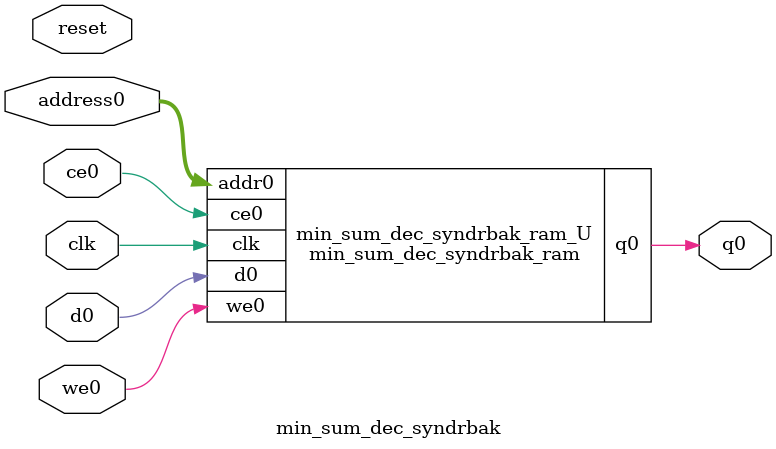
<source format=v>

`timescale 1 ns / 1 ps
module min_sum_dec_syndrbak_ram (addr0, ce0, d0, we0, q0,  clk);

parameter DWIDTH = 1;
parameter AWIDTH = 8;
parameter MEM_SIZE = 167;

input[AWIDTH-1:0] addr0;
input ce0;
input[DWIDTH-1:0] d0;
input we0;
output reg[DWIDTH-1:0] q0;
input clk;

(* ram_style = "distributed" *)reg [DWIDTH-1:0] ram[0:MEM_SIZE-1];




always @(posedge clk)  
begin 
    if (ce0) 
    begin
        if (we0) 
        begin 
            ram[addr0] <= d0; 
            q0 <= d0;
        end 
        else 
            q0 <= ram[addr0];
    end
end


endmodule


`timescale 1 ns / 1 ps
module min_sum_dec_syndrbak(
    reset,
    clk,
    address0,
    ce0,
    we0,
    d0,
    q0);

parameter DataWidth = 32'd1;
parameter AddressRange = 32'd167;
parameter AddressWidth = 32'd8;
input reset;
input clk;
input[AddressWidth - 1:0] address0;
input ce0;
input we0;
input[DataWidth - 1:0] d0;
output[DataWidth - 1:0] q0;



min_sum_dec_syndrbak_ram min_sum_dec_syndrbak_ram_U(
    .clk( clk ),
    .addr0( address0 ),
    .ce0( ce0 ),
    .d0( d0 ),
    .we0( we0 ),
    .q0( q0 ));

endmodule


</source>
